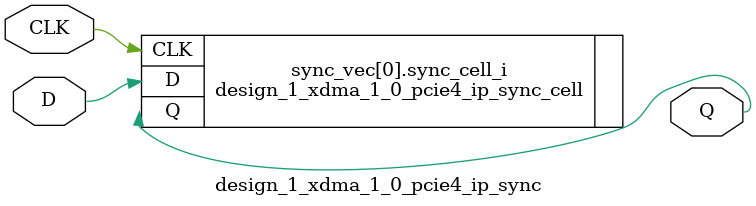
<source format=v>

`timescale 1ps / 1ps

(* DowngradeIPIdentifiedWarnings = "yes" *)
module design_1_xdma_1_0_pcie4_ip_sync #
(
    parameter integer WIDTH = 1, 
    parameter integer STAGE = 3
)
(
    //-------------------------------------------------------------------------- 
    //  Input Ports
    //-------------------------------------------------------------------------- 
    input                               CLK,
    input       [WIDTH-1:0]             D,
    
    //-------------------------------------------------------------------------- 
    //  Output Ports
    //-------------------------------------------------------------------------- 
    output      [WIDTH-1:0]             Q
);                                                        



//--------------------------------------------------------------------------------------------------
//  Generate Synchronizer - Begin
//--------------------------------------------------------------------------------------------------
genvar i;

generate for (i=0; i<WIDTH; i=i+1) 

    begin : sync_vec

    //----------------------------------------------------------------------
    //  Synchronizer
    //----------------------------------------------------------------------
    design_1_xdma_1_0_pcie4_ip_sync_cell #
    (
        .STAGE                          (STAGE)
    )    
    sync_cell_i
    (
        //------------------------------------------------------------------
        //  Input Ports
        //------------------------------------------------------------------
        .CLK                            (CLK),
        .D                              (D[i]),

        //------------------------------------------------------------------
        //  Output Ports
        //------------------------------------------------------------------
        .Q                              (Q[i])
    );
 
    end   
      
endgenerate 
//--------------------------------------------------------------------------------------------------
//  Generate - End
//--------------------------------------------------------------------------------------------------



endmodule

</source>
